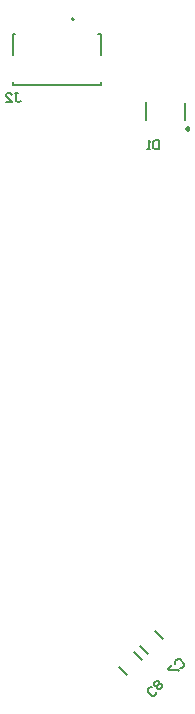
<source format=gbo>
G04*
G04 #@! TF.GenerationSoftware,Altium Limited,Altium Designer,24.2.2 (26)*
G04*
G04 Layer_Color=32896*
%FSLAX44Y44*%
%MOMM*%
G71*
G04*
G04 #@! TF.SameCoordinates,14A9DA51-42A2-44A4-A91A-1E31E54FDAF6*
G04*
G04*
G04 #@! TF.FilePolarity,Positive*
G04*
G01*
G75*
%ADD12C,0.1524*%
%ADD17C,0.1270*%
%ADD19C,0.2032*%
%ADD95C,0.2000*%
D12*
X607586Y862584D02*
G03*
X607586Y862584I-1796J0D01*
G01*
X578184Y437689D02*
X585009Y430864D01*
X565611Y425116D02*
X572436Y418291D01*
X560404Y419909D02*
X567229Y413084D01*
X547831Y407336D02*
X554656Y400511D01*
D17*
X458300Y899900D02*
X532300D01*
X458300D02*
Y902600D01*
X532300Y899900D02*
Y902600D01*
X458300Y942900D02*
X460100D01*
X530500D02*
X532300D01*
X458300Y925350D02*
Y942900D01*
X532300Y925350D02*
Y942900D01*
D19*
X603504Y869696D02*
Y884696D01*
X570992Y869936D02*
Y884936D01*
X579256Y386181D02*
X579256Y384385D01*
X577460Y382590D01*
X575665D01*
X572074Y386181D01*
Y387976D01*
X573869Y389772D01*
X575665Y389772D01*
X581051Y387976D02*
X582847D01*
X584642Y389772D01*
X584642Y391567D01*
X583744Y392465D01*
X581949D01*
X581949Y394260D01*
X581051Y395158D01*
X579256Y395158D01*
X577460Y393363D01*
Y391567D01*
X578358Y390669D01*
X580154D01*
X580153Y388874D01*
X581051Y387976D01*
X580154Y390669D02*
X581949Y392465D01*
X459740Y892555D02*
X462279D01*
X461009D01*
Y886207D01*
X462279Y884937D01*
X463548D01*
X464818Y886207D01*
X452122Y884937D02*
X457200D01*
X452122Y890016D01*
Y891285D01*
X453392Y892555D01*
X455931D01*
X457200Y891285D01*
X582168Y852930D02*
Y845312D01*
X578359D01*
X577090Y846582D01*
Y851660D01*
X578359Y852930D01*
X582168D01*
X574551Y845312D02*
X572011D01*
X573281D01*
Y852930D01*
X574551Y851660D01*
X595748Y409855D02*
X595748Y411651D01*
X597544Y413446D01*
X599339D01*
X602930Y409855D01*
Y408060D01*
X601135Y406264D01*
X599339Y406264D01*
X593055Y408957D02*
X589464Y405367D01*
X590362Y404469D01*
X597544D01*
X598441Y403571D01*
D95*
X509800Y955400D02*
G03*
X509800Y955400I-1000J0D01*
G01*
M02*

</source>
